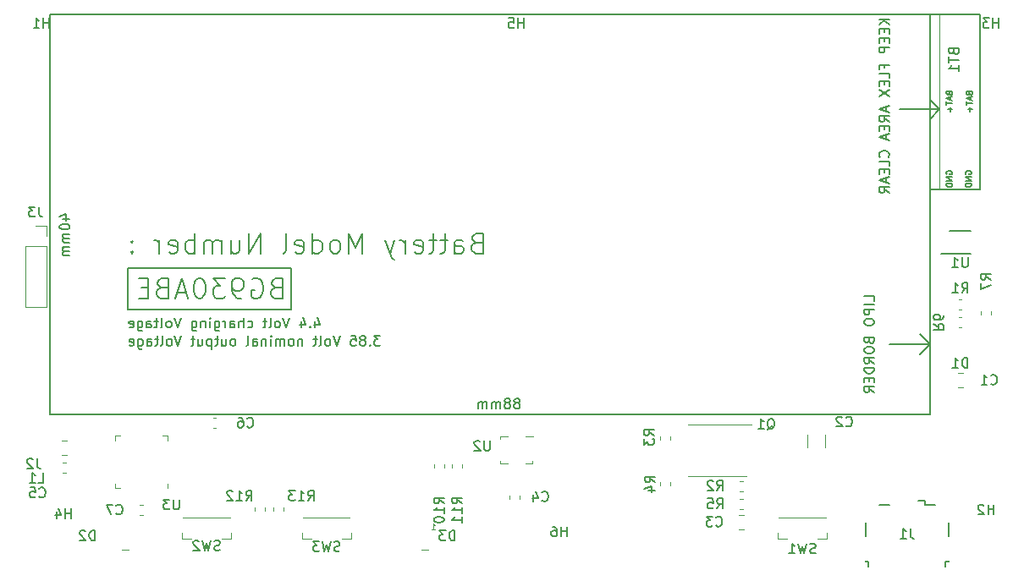
<source format=gbr>
G04 #@! TF.GenerationSoftware,KiCad,Pcbnew,5.1.5*
G04 #@! TF.CreationDate,2020-01-04T17:56:06+01:00*
G04 #@! TF.ProjectId,eside_rev18,65736964-655f-4726-9576-31382e6b6963,rev?*
G04 #@! TF.SameCoordinates,Original*
G04 #@! TF.FileFunction,Legend,Bot*
G04 #@! TF.FilePolarity,Positive*
%FSLAX46Y46*%
G04 Gerber Fmt 4.6, Leading zero omitted, Abs format (unit mm)*
G04 Created by KiCad (PCBNEW 5.1.5) date 2020-01-04 17:56:06*
%MOMM*%
%LPD*%
G04 APERTURE LIST*
%ADD10C,0.120000*%
%ADD11C,0.150000*%
%ADD12C,0.100000*%
%ADD13C,0.010000*%
G04 APERTURE END LIST*
D10*
X147510000Y-84037221D02*
X147510000Y-84362779D01*
X146490000Y-84037221D02*
X146490000Y-84362779D01*
X91790000Y-99662779D02*
X91790000Y-99337221D01*
X92810000Y-99662779D02*
X92810000Y-99337221D01*
X93590000Y-99662779D02*
X93590000Y-99337221D01*
X94610000Y-99662779D02*
X94610000Y-99337221D01*
D11*
X143250000Y-105150000D02*
X143250000Y-106550000D01*
X143250000Y-108950000D02*
X143250000Y-109100000D01*
X143250000Y-109100000D02*
X142950000Y-109100000D01*
X142950000Y-109100000D02*
X142950000Y-109550000D01*
X135250000Y-109550000D02*
X135250000Y-109100000D01*
X135250000Y-109100000D02*
X134950000Y-109100000D01*
X134950000Y-109100000D02*
X134950000Y-108950000D01*
X134950000Y-106550000D02*
X134950000Y-105150000D01*
X140175000Y-102975000D02*
X140900000Y-102975000D01*
X140900000Y-102975000D02*
X140900000Y-103400000D01*
X140900000Y-103400000D02*
X141900000Y-103400000D01*
X137300000Y-103400000D02*
X136300000Y-103400000D01*
D10*
X54541422Y-96990000D02*
X55058578Y-96990000D01*
X54541422Y-98410000D02*
X55058578Y-98410000D01*
X54637221Y-99190000D02*
X54962779Y-99190000D01*
X54637221Y-100210000D02*
X54962779Y-100210000D01*
X62662779Y-104410000D02*
X62337221Y-104410000D01*
X62662779Y-103390000D02*
X62337221Y-103390000D01*
D12*
X101700000Y-96550000D02*
X100880000Y-96550000D01*
X101600000Y-99250000D02*
X100880000Y-99250000D01*
X101600000Y-99250000D02*
X101600000Y-99030000D01*
X98400000Y-99030000D02*
X98400000Y-99250000D01*
X98400000Y-99250000D02*
X99120000Y-99250000D01*
X99120000Y-96550000D02*
X98400000Y-96550000D01*
X98400000Y-96550000D02*
X98400000Y-96770000D01*
D10*
X52960000Y-75440000D02*
X51900000Y-75440000D01*
X52960000Y-76500000D02*
X52960000Y-75440000D01*
X52960000Y-77500000D02*
X50840000Y-77500000D01*
X50840000Y-77500000D02*
X50840000Y-83560000D01*
X52960000Y-77500000D02*
X52960000Y-83560000D01*
X52960000Y-83560000D02*
X50840000Y-83560000D01*
X130910000Y-96397936D02*
X130910000Y-97602064D01*
X129090000Y-96397936D02*
X129090000Y-97602064D01*
X65110000Y-96965000D02*
X65110000Y-96490000D01*
X65110000Y-96490000D02*
X64635000Y-96490000D01*
X59890000Y-101235000D02*
X59890000Y-101710000D01*
X59890000Y-101710000D02*
X60365000Y-101710000D01*
X59890000Y-96965000D02*
X59890000Y-96490000D01*
X59890000Y-96490000D02*
X60365000Y-96490000D01*
X65110000Y-101235000D02*
X65110000Y-101710000D01*
X99290000Y-102437221D02*
X99290000Y-102762779D01*
X100310000Y-102437221D02*
X100310000Y-102762779D01*
X91200000Y-107900000D02*
X90500000Y-107900000D01*
X144237221Y-84590000D02*
X144562779Y-84590000D01*
X144237221Y-85610000D02*
X144562779Y-85610000D01*
X61200000Y-107900000D02*
X60500000Y-107900000D01*
X79475000Y-106775000D02*
X78550000Y-106775000D01*
X83450000Y-106225000D02*
X83450000Y-106775000D01*
X78550000Y-106225000D02*
X78550000Y-106775000D01*
X83350000Y-104650000D02*
X78650000Y-104650000D01*
X83450000Y-106775000D02*
X82525000Y-106775000D01*
X67475000Y-106775000D02*
X66550000Y-106775000D01*
X71450000Y-106225000D02*
X71450000Y-106775000D01*
X66550000Y-106225000D02*
X66550000Y-106775000D01*
X71350000Y-104650000D02*
X66650000Y-104650000D01*
X71450000Y-106775000D02*
X70525000Y-106775000D01*
X131050000Y-106775000D02*
X130125000Y-106775000D01*
X130950000Y-104650000D02*
X126250000Y-104650000D01*
X126150000Y-106225000D02*
X126150000Y-106775000D01*
X131050000Y-106225000D02*
X131050000Y-106775000D01*
X127075000Y-106775000D02*
X126150000Y-106775000D01*
X76710000Y-103962779D02*
X76710000Y-103637221D01*
X75690000Y-103962779D02*
X75690000Y-103637221D01*
X74810000Y-103962779D02*
X74810000Y-103637221D01*
X73790000Y-103962779D02*
X73790000Y-103637221D01*
X122337221Y-102790000D02*
X122662779Y-102790000D01*
X122337221Y-103810000D02*
X122662779Y-103810000D01*
X115410000Y-101137221D02*
X115410000Y-101462779D01*
X114390000Y-101137221D02*
X114390000Y-101462779D01*
X114390000Y-96862779D02*
X114390000Y-96537221D01*
X115410000Y-96862779D02*
X115410000Y-96537221D01*
X122662779Y-102010000D02*
X122337221Y-102010000D01*
X122662779Y-100990000D02*
X122337221Y-100990000D01*
X144562779Y-83810000D02*
X144237221Y-83810000D01*
X144562779Y-82790000D02*
X144237221Y-82790000D01*
X69637221Y-94690000D02*
X69962779Y-94690000D01*
X69637221Y-95710000D02*
X69962779Y-95710000D01*
X122758578Y-105810000D02*
X122241422Y-105810000D01*
X122758578Y-104390000D02*
X122241422Y-104390000D01*
X144658578Y-91610000D02*
X144141422Y-91610000D01*
X144658578Y-90190000D02*
X144141422Y-90190000D01*
D11*
X61150000Y-83800000D02*
X77450000Y-83800000D01*
X61150000Y-79700000D02*
X61150000Y-83800000D01*
X77450000Y-79700000D02*
X61150000Y-79700000D01*
X77450000Y-83800000D02*
X77450000Y-79700000D01*
X141350000Y-71800000D02*
X141350000Y-94300000D01*
X142350000Y-71800000D02*
X141350000Y-71800000D01*
X146350000Y-54300000D02*
X146350000Y-71800000D01*
X141350000Y-87300000D02*
X140350000Y-86300000D01*
X141350000Y-87300000D02*
X140350000Y-88300000D01*
X137350000Y-87300000D02*
X141350000Y-87300000D01*
X141350000Y-87300000D02*
X137350000Y-87300000D01*
X141350000Y-54300000D02*
X141350000Y-71800000D01*
X142350000Y-63800000D02*
X141350000Y-62800000D01*
X141350000Y-64800000D02*
X142350000Y-63800000D01*
X142350000Y-63800000D02*
X138350000Y-63800000D01*
D13*
X142350000Y-71800000D02*
X142350000Y-54300000D01*
D11*
X146350000Y-71800000D02*
X142350000Y-71800000D01*
X53350000Y-94300000D02*
X141350000Y-94300000D01*
X53350000Y-54300000D02*
X53350000Y-94300000D01*
X146350000Y-54300000D02*
X53350000Y-54300000D01*
D10*
X123500000Y-95330000D02*
X117155000Y-95330000D01*
X123045000Y-100470000D02*
X117155000Y-100470000D01*
D11*
X142500000Y-78225000D02*
X145475000Y-78225000D01*
X143325000Y-75975000D02*
X145475000Y-75975000D01*
X147452380Y-80833333D02*
X146976190Y-80500000D01*
X147452380Y-80261904D02*
X146452380Y-80261904D01*
X146452380Y-80642857D01*
X146500000Y-80738095D01*
X146547619Y-80785714D01*
X146642857Y-80833333D01*
X146785714Y-80833333D01*
X146880952Y-80785714D01*
X146928571Y-80738095D01*
X146976190Y-80642857D01*
X146976190Y-80261904D01*
X146452380Y-81166666D02*
X146452380Y-81833333D01*
X147452380Y-81404761D01*
X92752380Y-103257142D02*
X92276190Y-102923809D01*
X92752380Y-102685714D02*
X91752380Y-102685714D01*
X91752380Y-103066666D01*
X91800000Y-103161904D01*
X91847619Y-103209523D01*
X91942857Y-103257142D01*
X92085714Y-103257142D01*
X92180952Y-103209523D01*
X92228571Y-103161904D01*
X92276190Y-103066666D01*
X92276190Y-102685714D01*
X92752380Y-104209523D02*
X92752380Y-103638095D01*
X92752380Y-103923809D02*
X91752380Y-103923809D01*
X91895238Y-103828571D01*
X91990476Y-103733333D01*
X92038095Y-103638095D01*
X91752380Y-104828571D02*
X91752380Y-104923809D01*
X91800000Y-105019047D01*
X91847619Y-105066666D01*
X91942857Y-105114285D01*
X92133333Y-105161904D01*
X92371428Y-105161904D01*
X92561904Y-105114285D01*
X92657142Y-105066666D01*
X92704761Y-105019047D01*
X92752380Y-104923809D01*
X92752380Y-104828571D01*
X92704761Y-104733333D01*
X92657142Y-104685714D01*
X92561904Y-104638095D01*
X92371428Y-104590476D01*
X92133333Y-104590476D01*
X91942857Y-104638095D01*
X91847619Y-104685714D01*
X91800000Y-104733333D01*
X91752380Y-104828571D01*
X94552380Y-103257142D02*
X94076190Y-102923809D01*
X94552380Y-102685714D02*
X93552380Y-102685714D01*
X93552380Y-103066666D01*
X93600000Y-103161904D01*
X93647619Y-103209523D01*
X93742857Y-103257142D01*
X93885714Y-103257142D01*
X93980952Y-103209523D01*
X94028571Y-103161904D01*
X94076190Y-103066666D01*
X94076190Y-102685714D01*
X94552380Y-104209523D02*
X94552380Y-103638095D01*
X94552380Y-103923809D02*
X93552380Y-103923809D01*
X93695238Y-103828571D01*
X93790476Y-103733333D01*
X93838095Y-103638095D01*
X94552380Y-105161904D02*
X94552380Y-104590476D01*
X94552380Y-104876190D02*
X93552380Y-104876190D01*
X93695238Y-104780952D01*
X93790476Y-104685714D01*
X93838095Y-104590476D01*
X139433333Y-105752380D02*
X139433333Y-106466666D01*
X139480952Y-106609523D01*
X139576190Y-106704761D01*
X139719047Y-106752380D01*
X139814285Y-106752380D01*
X138433333Y-106752380D02*
X139004761Y-106752380D01*
X138719047Y-106752380D02*
X138719047Y-105752380D01*
X138814285Y-105895238D01*
X138909523Y-105990476D01*
X139004761Y-106038095D01*
X52166666Y-101152380D02*
X52642857Y-101152380D01*
X52642857Y-100152380D01*
X51309523Y-101152380D02*
X51880952Y-101152380D01*
X51595238Y-101152380D02*
X51595238Y-100152380D01*
X51690476Y-100295238D01*
X51785714Y-100390476D01*
X51880952Y-100438095D01*
X52266666Y-102557142D02*
X52314285Y-102604761D01*
X52457142Y-102652380D01*
X52552380Y-102652380D01*
X52695238Y-102604761D01*
X52790476Y-102509523D01*
X52838095Y-102414285D01*
X52885714Y-102223809D01*
X52885714Y-102080952D01*
X52838095Y-101890476D01*
X52790476Y-101795238D01*
X52695238Y-101700000D01*
X52552380Y-101652380D01*
X52457142Y-101652380D01*
X52314285Y-101700000D01*
X52266666Y-101747619D01*
X51361904Y-101652380D02*
X51838095Y-101652380D01*
X51885714Y-102128571D01*
X51838095Y-102080952D01*
X51742857Y-102033333D01*
X51504761Y-102033333D01*
X51409523Y-102080952D01*
X51361904Y-102128571D01*
X51314285Y-102223809D01*
X51314285Y-102461904D01*
X51361904Y-102557142D01*
X51409523Y-102604761D01*
X51504761Y-102652380D01*
X51742857Y-102652380D01*
X51838095Y-102604761D01*
X51885714Y-102557142D01*
X59966666Y-104257142D02*
X60014285Y-104304761D01*
X60157142Y-104352380D01*
X60252380Y-104352380D01*
X60395238Y-104304761D01*
X60490476Y-104209523D01*
X60538095Y-104114285D01*
X60585714Y-103923809D01*
X60585714Y-103780952D01*
X60538095Y-103590476D01*
X60490476Y-103495238D01*
X60395238Y-103400000D01*
X60252380Y-103352380D01*
X60157142Y-103352380D01*
X60014285Y-103400000D01*
X59966666Y-103447619D01*
X59633333Y-103352380D02*
X58966666Y-103352380D01*
X59395238Y-104352380D01*
X97361904Y-96952380D02*
X97361904Y-97761904D01*
X97314285Y-97857142D01*
X97266666Y-97904761D01*
X97171428Y-97952380D01*
X96980952Y-97952380D01*
X96885714Y-97904761D01*
X96838095Y-97857142D01*
X96790476Y-97761904D01*
X96790476Y-96952380D01*
X96361904Y-97047619D02*
X96314285Y-97000000D01*
X96219047Y-96952380D01*
X95980952Y-96952380D01*
X95885714Y-97000000D01*
X95838095Y-97047619D01*
X95790476Y-97142857D01*
X95790476Y-97238095D01*
X95838095Y-97380952D01*
X96409523Y-97952380D01*
X95790476Y-97952380D01*
X52233333Y-73552380D02*
X52233333Y-74266666D01*
X52280952Y-74409523D01*
X52376190Y-74504761D01*
X52519047Y-74552380D01*
X52614285Y-74552380D01*
X51852380Y-73552380D02*
X51233333Y-73552380D01*
X51566666Y-73933333D01*
X51423809Y-73933333D01*
X51328571Y-73980952D01*
X51280952Y-74028571D01*
X51233333Y-74123809D01*
X51233333Y-74361904D01*
X51280952Y-74457142D01*
X51328571Y-74504761D01*
X51423809Y-74552380D01*
X51709523Y-74552380D01*
X51804761Y-74504761D01*
X51852380Y-74457142D01*
X132966666Y-95457142D02*
X133014285Y-95504761D01*
X133157142Y-95552380D01*
X133252380Y-95552380D01*
X133395238Y-95504761D01*
X133490476Y-95409523D01*
X133538095Y-95314285D01*
X133585714Y-95123809D01*
X133585714Y-94980952D01*
X133538095Y-94790476D01*
X133490476Y-94695238D01*
X133395238Y-94600000D01*
X133252380Y-94552380D01*
X133157142Y-94552380D01*
X133014285Y-94600000D01*
X132966666Y-94647619D01*
X132585714Y-94647619D02*
X132538095Y-94600000D01*
X132442857Y-94552380D01*
X132204761Y-94552380D01*
X132109523Y-94600000D01*
X132061904Y-94647619D01*
X132014285Y-94742857D01*
X132014285Y-94838095D01*
X132061904Y-94980952D01*
X132633333Y-95552380D01*
X132014285Y-95552380D01*
X66261904Y-102852380D02*
X66261904Y-103661904D01*
X66214285Y-103757142D01*
X66166666Y-103804761D01*
X66071428Y-103852380D01*
X65880952Y-103852380D01*
X65785714Y-103804761D01*
X65738095Y-103757142D01*
X65690476Y-103661904D01*
X65690476Y-102852380D01*
X65309523Y-102852380D02*
X64690476Y-102852380D01*
X65023809Y-103233333D01*
X64880952Y-103233333D01*
X64785714Y-103280952D01*
X64738095Y-103328571D01*
X64690476Y-103423809D01*
X64690476Y-103661904D01*
X64738095Y-103757142D01*
X64785714Y-103804761D01*
X64880952Y-103852380D01*
X65166666Y-103852380D01*
X65261904Y-103804761D01*
X65309523Y-103757142D01*
X102566666Y-102957142D02*
X102614285Y-103004761D01*
X102757142Y-103052380D01*
X102852380Y-103052380D01*
X102995238Y-103004761D01*
X103090476Y-102909523D01*
X103138095Y-102814285D01*
X103185714Y-102623809D01*
X103185714Y-102480952D01*
X103138095Y-102290476D01*
X103090476Y-102195238D01*
X102995238Y-102100000D01*
X102852380Y-102052380D01*
X102757142Y-102052380D01*
X102614285Y-102100000D01*
X102566666Y-102147619D01*
X101709523Y-102385714D02*
X101709523Y-103052380D01*
X101947619Y-102004761D02*
X102185714Y-102719047D01*
X101566666Y-102719047D01*
X93838095Y-106952380D02*
X93838095Y-105952380D01*
X93600000Y-105952380D01*
X93457142Y-106000000D01*
X93361904Y-106095238D01*
X93314285Y-106190476D01*
X93266666Y-106380952D01*
X93266666Y-106523809D01*
X93314285Y-106714285D01*
X93361904Y-106809523D01*
X93457142Y-106904761D01*
X93600000Y-106952380D01*
X93838095Y-106952380D01*
X92933333Y-105952380D02*
X92314285Y-105952380D01*
X92647619Y-106333333D01*
X92504761Y-106333333D01*
X92409523Y-106380952D01*
X92361904Y-106428571D01*
X92314285Y-106523809D01*
X92314285Y-106761904D01*
X92361904Y-106857142D01*
X92409523Y-106904761D01*
X92504761Y-106952380D01*
X92790476Y-106952380D01*
X92885714Y-106904761D01*
X92933333Y-106857142D01*
D12*
X91528571Y-105871428D02*
X91871428Y-105871428D01*
X91700000Y-105871428D02*
X91700000Y-105271428D01*
X91757142Y-105357142D01*
X91814285Y-105414285D01*
X91871428Y-105442857D01*
D11*
X141747619Y-85266666D02*
X142223809Y-85600000D01*
X141747619Y-85838095D02*
X142747619Y-85838095D01*
X142747619Y-85457142D01*
X142700000Y-85361904D01*
X142652380Y-85314285D01*
X142557142Y-85266666D01*
X142414285Y-85266666D01*
X142319047Y-85314285D01*
X142271428Y-85361904D01*
X142223809Y-85457142D01*
X142223809Y-85838095D01*
X142747619Y-84409523D02*
X142747619Y-84600000D01*
X142700000Y-84695238D01*
X142652380Y-84742857D01*
X142509523Y-84838095D01*
X142319047Y-84885714D01*
X141938095Y-84885714D01*
X141842857Y-84838095D01*
X141795238Y-84790476D01*
X141747619Y-84695238D01*
X141747619Y-84504761D01*
X141795238Y-84409523D01*
X141842857Y-84361904D01*
X141938095Y-84314285D01*
X142176190Y-84314285D01*
X142271428Y-84361904D01*
X142319047Y-84409523D01*
X142366666Y-84504761D01*
X142366666Y-84695238D01*
X142319047Y-84790476D01*
X142271428Y-84838095D01*
X142176190Y-84885714D01*
X57838095Y-106952380D02*
X57838095Y-105952380D01*
X57600000Y-105952380D01*
X57457142Y-106000000D01*
X57361904Y-106095238D01*
X57314285Y-106190476D01*
X57266666Y-106380952D01*
X57266666Y-106523809D01*
X57314285Y-106714285D01*
X57361904Y-106809523D01*
X57457142Y-106904761D01*
X57600000Y-106952380D01*
X57838095Y-106952380D01*
X56885714Y-106047619D02*
X56838095Y-106000000D01*
X56742857Y-105952380D01*
X56504761Y-105952380D01*
X56409523Y-106000000D01*
X56361904Y-106047619D01*
X56314285Y-106142857D01*
X56314285Y-106238095D01*
X56361904Y-106380952D01*
X56933333Y-106952380D01*
X56314285Y-106952380D01*
X82333333Y-108004761D02*
X82190476Y-108052380D01*
X81952380Y-108052380D01*
X81857142Y-108004761D01*
X81809523Y-107957142D01*
X81761904Y-107861904D01*
X81761904Y-107766666D01*
X81809523Y-107671428D01*
X81857142Y-107623809D01*
X81952380Y-107576190D01*
X82142857Y-107528571D01*
X82238095Y-107480952D01*
X82285714Y-107433333D01*
X82333333Y-107338095D01*
X82333333Y-107242857D01*
X82285714Y-107147619D01*
X82238095Y-107100000D01*
X82142857Y-107052380D01*
X81904761Y-107052380D01*
X81761904Y-107100000D01*
X81428571Y-107052380D02*
X81190476Y-108052380D01*
X81000000Y-107338095D01*
X80809523Y-108052380D01*
X80571428Y-107052380D01*
X80285714Y-107052380D02*
X79666666Y-107052380D01*
X80000000Y-107433333D01*
X79857142Y-107433333D01*
X79761904Y-107480952D01*
X79714285Y-107528571D01*
X79666666Y-107623809D01*
X79666666Y-107861904D01*
X79714285Y-107957142D01*
X79761904Y-108004761D01*
X79857142Y-108052380D01*
X80142857Y-108052380D01*
X80238095Y-108004761D01*
X80285714Y-107957142D01*
X70333333Y-107904761D02*
X70190476Y-107952380D01*
X69952380Y-107952380D01*
X69857142Y-107904761D01*
X69809523Y-107857142D01*
X69761904Y-107761904D01*
X69761904Y-107666666D01*
X69809523Y-107571428D01*
X69857142Y-107523809D01*
X69952380Y-107476190D01*
X70142857Y-107428571D01*
X70238095Y-107380952D01*
X70285714Y-107333333D01*
X70333333Y-107238095D01*
X70333333Y-107142857D01*
X70285714Y-107047619D01*
X70238095Y-107000000D01*
X70142857Y-106952380D01*
X69904761Y-106952380D01*
X69761904Y-107000000D01*
X69428571Y-106952380D02*
X69190476Y-107952380D01*
X69000000Y-107238095D01*
X68809523Y-107952380D01*
X68571428Y-106952380D01*
X68238095Y-107047619D02*
X68190476Y-107000000D01*
X68095238Y-106952380D01*
X67857142Y-106952380D01*
X67761904Y-107000000D01*
X67714285Y-107047619D01*
X67666666Y-107142857D01*
X67666666Y-107238095D01*
X67714285Y-107380952D01*
X68285714Y-107952380D01*
X67666666Y-107952380D01*
X129933333Y-108204761D02*
X129790476Y-108252380D01*
X129552380Y-108252380D01*
X129457142Y-108204761D01*
X129409523Y-108157142D01*
X129361904Y-108061904D01*
X129361904Y-107966666D01*
X129409523Y-107871428D01*
X129457142Y-107823809D01*
X129552380Y-107776190D01*
X129742857Y-107728571D01*
X129838095Y-107680952D01*
X129885714Y-107633333D01*
X129933333Y-107538095D01*
X129933333Y-107442857D01*
X129885714Y-107347619D01*
X129838095Y-107300000D01*
X129742857Y-107252380D01*
X129504761Y-107252380D01*
X129361904Y-107300000D01*
X129028571Y-107252380D02*
X128790476Y-108252380D01*
X128600000Y-107538095D01*
X128409523Y-108252380D01*
X128171428Y-107252380D01*
X127266666Y-108252380D02*
X127838095Y-108252380D01*
X127552380Y-108252380D02*
X127552380Y-107252380D01*
X127647619Y-107395238D01*
X127742857Y-107490476D01*
X127838095Y-107538095D01*
X79142857Y-102952380D02*
X79476190Y-102476190D01*
X79714285Y-102952380D02*
X79714285Y-101952380D01*
X79333333Y-101952380D01*
X79238095Y-102000000D01*
X79190476Y-102047619D01*
X79142857Y-102142857D01*
X79142857Y-102285714D01*
X79190476Y-102380952D01*
X79238095Y-102428571D01*
X79333333Y-102476190D01*
X79714285Y-102476190D01*
X78190476Y-102952380D02*
X78761904Y-102952380D01*
X78476190Y-102952380D02*
X78476190Y-101952380D01*
X78571428Y-102095238D01*
X78666666Y-102190476D01*
X78761904Y-102238095D01*
X77857142Y-101952380D02*
X77238095Y-101952380D01*
X77571428Y-102333333D01*
X77428571Y-102333333D01*
X77333333Y-102380952D01*
X77285714Y-102428571D01*
X77238095Y-102523809D01*
X77238095Y-102761904D01*
X77285714Y-102857142D01*
X77333333Y-102904761D01*
X77428571Y-102952380D01*
X77714285Y-102952380D01*
X77809523Y-102904761D01*
X77857142Y-102857142D01*
X72942857Y-102952380D02*
X73276190Y-102476190D01*
X73514285Y-102952380D02*
X73514285Y-101952380D01*
X73133333Y-101952380D01*
X73038095Y-102000000D01*
X72990476Y-102047619D01*
X72942857Y-102142857D01*
X72942857Y-102285714D01*
X72990476Y-102380952D01*
X73038095Y-102428571D01*
X73133333Y-102476190D01*
X73514285Y-102476190D01*
X71990476Y-102952380D02*
X72561904Y-102952380D01*
X72276190Y-102952380D02*
X72276190Y-101952380D01*
X72371428Y-102095238D01*
X72466666Y-102190476D01*
X72561904Y-102238095D01*
X71609523Y-102047619D02*
X71561904Y-102000000D01*
X71466666Y-101952380D01*
X71228571Y-101952380D01*
X71133333Y-102000000D01*
X71085714Y-102047619D01*
X71038095Y-102142857D01*
X71038095Y-102238095D01*
X71085714Y-102380952D01*
X71657142Y-102952380D01*
X71038095Y-102952380D01*
X120066666Y-103752380D02*
X120400000Y-103276190D01*
X120638095Y-103752380D02*
X120638095Y-102752380D01*
X120257142Y-102752380D01*
X120161904Y-102800000D01*
X120114285Y-102847619D01*
X120066666Y-102942857D01*
X120066666Y-103085714D01*
X120114285Y-103180952D01*
X120161904Y-103228571D01*
X120257142Y-103276190D01*
X120638095Y-103276190D01*
X119161904Y-102752380D02*
X119638095Y-102752380D01*
X119685714Y-103228571D01*
X119638095Y-103180952D01*
X119542857Y-103133333D01*
X119304761Y-103133333D01*
X119209523Y-103180952D01*
X119161904Y-103228571D01*
X119114285Y-103323809D01*
X119114285Y-103561904D01*
X119161904Y-103657142D01*
X119209523Y-103704761D01*
X119304761Y-103752380D01*
X119542857Y-103752380D01*
X119638095Y-103704761D01*
X119685714Y-103657142D01*
X113852380Y-101133333D02*
X113376190Y-100800000D01*
X113852380Y-100561904D02*
X112852380Y-100561904D01*
X112852380Y-100942857D01*
X112900000Y-101038095D01*
X112947619Y-101085714D01*
X113042857Y-101133333D01*
X113185714Y-101133333D01*
X113280952Y-101085714D01*
X113328571Y-101038095D01*
X113376190Y-100942857D01*
X113376190Y-100561904D01*
X113185714Y-101990476D02*
X113852380Y-101990476D01*
X112804761Y-101752380D02*
X113519047Y-101514285D01*
X113519047Y-102133333D01*
X113752380Y-96433333D02*
X113276190Y-96100000D01*
X113752380Y-95861904D02*
X112752380Y-95861904D01*
X112752380Y-96242857D01*
X112800000Y-96338095D01*
X112847619Y-96385714D01*
X112942857Y-96433333D01*
X113085714Y-96433333D01*
X113180952Y-96385714D01*
X113228571Y-96338095D01*
X113276190Y-96242857D01*
X113276190Y-95861904D01*
X112752380Y-96766666D02*
X112752380Y-97385714D01*
X113133333Y-97052380D01*
X113133333Y-97195238D01*
X113180952Y-97290476D01*
X113228571Y-97338095D01*
X113323809Y-97385714D01*
X113561904Y-97385714D01*
X113657142Y-97338095D01*
X113704761Y-97290476D01*
X113752380Y-97195238D01*
X113752380Y-96909523D01*
X113704761Y-96814285D01*
X113657142Y-96766666D01*
X120066666Y-101952380D02*
X120400000Y-101476190D01*
X120638095Y-101952380D02*
X120638095Y-100952380D01*
X120257142Y-100952380D01*
X120161904Y-101000000D01*
X120114285Y-101047619D01*
X120066666Y-101142857D01*
X120066666Y-101285714D01*
X120114285Y-101380952D01*
X120161904Y-101428571D01*
X120257142Y-101476190D01*
X120638095Y-101476190D01*
X119685714Y-101047619D02*
X119638095Y-101000000D01*
X119542857Y-100952380D01*
X119304761Y-100952380D01*
X119209523Y-101000000D01*
X119161904Y-101047619D01*
X119114285Y-101142857D01*
X119114285Y-101238095D01*
X119161904Y-101380952D01*
X119733333Y-101952380D01*
X119114285Y-101952380D01*
X144566666Y-82152380D02*
X144900000Y-81676190D01*
X145138095Y-82152380D02*
X145138095Y-81152380D01*
X144757142Y-81152380D01*
X144661904Y-81200000D01*
X144614285Y-81247619D01*
X144566666Y-81342857D01*
X144566666Y-81485714D01*
X144614285Y-81580952D01*
X144661904Y-81628571D01*
X144757142Y-81676190D01*
X145138095Y-81676190D01*
X143614285Y-82152380D02*
X144185714Y-82152380D01*
X143900000Y-82152380D02*
X143900000Y-81152380D01*
X143995238Y-81295238D01*
X144090476Y-81390476D01*
X144185714Y-81438095D01*
X52033333Y-98752380D02*
X52033333Y-99466666D01*
X52080952Y-99609523D01*
X52176190Y-99704761D01*
X52319047Y-99752380D01*
X52414285Y-99752380D01*
X51604761Y-98847619D02*
X51557142Y-98800000D01*
X51461904Y-98752380D01*
X51223809Y-98752380D01*
X51128571Y-98800000D01*
X51080952Y-98847619D01*
X51033333Y-98942857D01*
X51033333Y-99038095D01*
X51080952Y-99180952D01*
X51652380Y-99752380D01*
X51033333Y-99752380D01*
X105061904Y-106552380D02*
X105061904Y-105552380D01*
X105061904Y-106028571D02*
X104490476Y-106028571D01*
X104490476Y-106552380D02*
X104490476Y-105552380D01*
X103585714Y-105552380D02*
X103776190Y-105552380D01*
X103871428Y-105600000D01*
X103919047Y-105647619D01*
X104014285Y-105790476D01*
X104061904Y-105980952D01*
X104061904Y-106361904D01*
X104014285Y-106457142D01*
X103966666Y-106504761D01*
X103871428Y-106552380D01*
X103680952Y-106552380D01*
X103585714Y-106504761D01*
X103538095Y-106457142D01*
X103490476Y-106361904D01*
X103490476Y-106123809D01*
X103538095Y-106028571D01*
X103585714Y-105980952D01*
X103680952Y-105933333D01*
X103871428Y-105933333D01*
X103966666Y-105980952D01*
X104014285Y-106028571D01*
X104061904Y-106123809D01*
X100761904Y-55652380D02*
X100761904Y-54652380D01*
X100761904Y-55128571D02*
X100190476Y-55128571D01*
X100190476Y-55652380D02*
X100190476Y-54652380D01*
X99238095Y-54652380D02*
X99714285Y-54652380D01*
X99761904Y-55128571D01*
X99714285Y-55080952D01*
X99619047Y-55033333D01*
X99380952Y-55033333D01*
X99285714Y-55080952D01*
X99238095Y-55128571D01*
X99190476Y-55223809D01*
X99190476Y-55461904D01*
X99238095Y-55557142D01*
X99285714Y-55604761D01*
X99380952Y-55652380D01*
X99619047Y-55652380D01*
X99714285Y-55604761D01*
X99761904Y-55557142D01*
X55461904Y-104752380D02*
X55461904Y-103752380D01*
X55461904Y-104228571D02*
X54890476Y-104228571D01*
X54890476Y-104752380D02*
X54890476Y-103752380D01*
X53985714Y-104085714D02*
X53985714Y-104752380D01*
X54223809Y-103704761D02*
X54461904Y-104419047D01*
X53842857Y-104419047D01*
X148261904Y-55652380D02*
X148261904Y-54652380D01*
X148261904Y-55128571D02*
X147690476Y-55128571D01*
X147690476Y-55652380D02*
X147690476Y-54652380D01*
X147309523Y-54652380D02*
X146690476Y-54652380D01*
X147023809Y-55033333D01*
X146880952Y-55033333D01*
X146785714Y-55080952D01*
X146738095Y-55128571D01*
X146690476Y-55223809D01*
X146690476Y-55461904D01*
X146738095Y-55557142D01*
X146785714Y-55604761D01*
X146880952Y-55652380D01*
X147166666Y-55652380D01*
X147261904Y-55604761D01*
X147309523Y-55557142D01*
X147761904Y-104352380D02*
X147761904Y-103352380D01*
X147761904Y-103828571D02*
X147190476Y-103828571D01*
X147190476Y-104352380D02*
X147190476Y-103352380D01*
X146761904Y-103447619D02*
X146714285Y-103400000D01*
X146619047Y-103352380D01*
X146380952Y-103352380D01*
X146285714Y-103400000D01*
X146238095Y-103447619D01*
X146190476Y-103542857D01*
X146190476Y-103638095D01*
X146238095Y-103780952D01*
X146809523Y-104352380D01*
X146190476Y-104352380D01*
X53261904Y-55652380D02*
X53261904Y-54652380D01*
X53261904Y-55128571D02*
X52690476Y-55128571D01*
X52690476Y-55652380D02*
X52690476Y-54652380D01*
X51690476Y-55652380D02*
X52261904Y-55652380D01*
X51976190Y-55652380D02*
X51976190Y-54652380D01*
X52071428Y-54795238D01*
X52166666Y-54890476D01*
X52261904Y-54938095D01*
X73066666Y-95557142D02*
X73114285Y-95604761D01*
X73257142Y-95652380D01*
X73352380Y-95652380D01*
X73495238Y-95604761D01*
X73590476Y-95509523D01*
X73638095Y-95414285D01*
X73685714Y-95223809D01*
X73685714Y-95080952D01*
X73638095Y-94890476D01*
X73590476Y-94795238D01*
X73495238Y-94700000D01*
X73352380Y-94652380D01*
X73257142Y-94652380D01*
X73114285Y-94700000D01*
X73066666Y-94747619D01*
X72209523Y-94652380D02*
X72400000Y-94652380D01*
X72495238Y-94700000D01*
X72542857Y-94747619D01*
X72638095Y-94890476D01*
X72685714Y-95080952D01*
X72685714Y-95461904D01*
X72638095Y-95557142D01*
X72590476Y-95604761D01*
X72495238Y-95652380D01*
X72304761Y-95652380D01*
X72209523Y-95604761D01*
X72161904Y-95557142D01*
X72114285Y-95461904D01*
X72114285Y-95223809D01*
X72161904Y-95128571D01*
X72209523Y-95080952D01*
X72304761Y-95033333D01*
X72495238Y-95033333D01*
X72590476Y-95080952D01*
X72638095Y-95128571D01*
X72685714Y-95223809D01*
X119966666Y-105457142D02*
X120014285Y-105504761D01*
X120157142Y-105552380D01*
X120252380Y-105552380D01*
X120395238Y-105504761D01*
X120490476Y-105409523D01*
X120538095Y-105314285D01*
X120585714Y-105123809D01*
X120585714Y-104980952D01*
X120538095Y-104790476D01*
X120490476Y-104695238D01*
X120395238Y-104600000D01*
X120252380Y-104552380D01*
X120157142Y-104552380D01*
X120014285Y-104600000D01*
X119966666Y-104647619D01*
X119633333Y-104552380D02*
X119014285Y-104552380D01*
X119347619Y-104933333D01*
X119204761Y-104933333D01*
X119109523Y-104980952D01*
X119061904Y-105028571D01*
X119014285Y-105123809D01*
X119014285Y-105361904D01*
X119061904Y-105457142D01*
X119109523Y-105504761D01*
X119204761Y-105552380D01*
X119490476Y-105552380D01*
X119585714Y-105504761D01*
X119633333Y-105457142D01*
X147466666Y-91257142D02*
X147514285Y-91304761D01*
X147657142Y-91352380D01*
X147752380Y-91352380D01*
X147895238Y-91304761D01*
X147990476Y-91209523D01*
X148038095Y-91114285D01*
X148085714Y-90923809D01*
X148085714Y-90780952D01*
X148038095Y-90590476D01*
X147990476Y-90495238D01*
X147895238Y-90400000D01*
X147752380Y-90352380D01*
X147657142Y-90352380D01*
X147514285Y-90400000D01*
X147466666Y-90447619D01*
X146514285Y-91352380D02*
X147085714Y-91352380D01*
X146800000Y-91352380D02*
X146800000Y-90352380D01*
X146895238Y-90495238D01*
X146990476Y-90590476D01*
X147085714Y-90638095D01*
X143728571Y-58014285D02*
X143776190Y-58157142D01*
X143823809Y-58204761D01*
X143919047Y-58252380D01*
X144061904Y-58252380D01*
X144157142Y-58204761D01*
X144204761Y-58157142D01*
X144252380Y-58061904D01*
X144252380Y-57680952D01*
X143252380Y-57680952D01*
X143252380Y-58014285D01*
X143300000Y-58109523D01*
X143347619Y-58157142D01*
X143442857Y-58204761D01*
X143538095Y-58204761D01*
X143633333Y-58157142D01*
X143680952Y-58109523D01*
X143728571Y-58014285D01*
X143728571Y-57680952D01*
X143252380Y-58538095D02*
X143252380Y-59109523D01*
X144252380Y-58823809D02*
X143252380Y-58823809D01*
X144252380Y-59966666D02*
X144252380Y-59395238D01*
X144252380Y-59680952D02*
X143252380Y-59680952D01*
X143395238Y-59585714D01*
X143490476Y-59490476D01*
X143538095Y-59395238D01*
X79876190Y-84985714D02*
X79876190Y-85652380D01*
X80114285Y-84604761D02*
X80352380Y-85319047D01*
X79733333Y-85319047D01*
X79352380Y-85557142D02*
X79304761Y-85604761D01*
X79352380Y-85652380D01*
X79400000Y-85604761D01*
X79352380Y-85557142D01*
X79352380Y-85652380D01*
X78447619Y-84985714D02*
X78447619Y-85652380D01*
X78685714Y-84604761D02*
X78923809Y-85319047D01*
X78304761Y-85319047D01*
X77304761Y-84652380D02*
X76971428Y-85652380D01*
X76638095Y-84652380D01*
X76161904Y-85652380D02*
X76257142Y-85604761D01*
X76304761Y-85557142D01*
X76352380Y-85461904D01*
X76352380Y-85176190D01*
X76304761Y-85080952D01*
X76257142Y-85033333D01*
X76161904Y-84985714D01*
X76019047Y-84985714D01*
X75923809Y-85033333D01*
X75876190Y-85080952D01*
X75828571Y-85176190D01*
X75828571Y-85461904D01*
X75876190Y-85557142D01*
X75923809Y-85604761D01*
X76019047Y-85652380D01*
X76161904Y-85652380D01*
X75257142Y-85652380D02*
X75352380Y-85604761D01*
X75400000Y-85509523D01*
X75400000Y-84652380D01*
X75019047Y-84985714D02*
X74638095Y-84985714D01*
X74876190Y-84652380D02*
X74876190Y-85509523D01*
X74828571Y-85604761D01*
X74733333Y-85652380D01*
X74638095Y-85652380D01*
X73114285Y-85604761D02*
X73209523Y-85652380D01*
X73400000Y-85652380D01*
X73495238Y-85604761D01*
X73542857Y-85557142D01*
X73590476Y-85461904D01*
X73590476Y-85176190D01*
X73542857Y-85080952D01*
X73495238Y-85033333D01*
X73400000Y-84985714D01*
X73209523Y-84985714D01*
X73114285Y-85033333D01*
X72685714Y-85652380D02*
X72685714Y-84652380D01*
X72257142Y-85652380D02*
X72257142Y-85128571D01*
X72304761Y-85033333D01*
X72400000Y-84985714D01*
X72542857Y-84985714D01*
X72638095Y-85033333D01*
X72685714Y-85080952D01*
X71352380Y-85652380D02*
X71352380Y-85128571D01*
X71400000Y-85033333D01*
X71495238Y-84985714D01*
X71685714Y-84985714D01*
X71780952Y-85033333D01*
X71352380Y-85604761D02*
X71447619Y-85652380D01*
X71685714Y-85652380D01*
X71780952Y-85604761D01*
X71828571Y-85509523D01*
X71828571Y-85414285D01*
X71780952Y-85319047D01*
X71685714Y-85271428D01*
X71447619Y-85271428D01*
X71352380Y-85223809D01*
X70876190Y-85652380D02*
X70876190Y-84985714D01*
X70876190Y-85176190D02*
X70828571Y-85080952D01*
X70780952Y-85033333D01*
X70685714Y-84985714D01*
X70590476Y-84985714D01*
X69828571Y-84985714D02*
X69828571Y-85795238D01*
X69876190Y-85890476D01*
X69923809Y-85938095D01*
X70019047Y-85985714D01*
X70161904Y-85985714D01*
X70257142Y-85938095D01*
X69828571Y-85604761D02*
X69923809Y-85652380D01*
X70114285Y-85652380D01*
X70209523Y-85604761D01*
X70257142Y-85557142D01*
X70304761Y-85461904D01*
X70304761Y-85176190D01*
X70257142Y-85080952D01*
X70209523Y-85033333D01*
X70114285Y-84985714D01*
X69923809Y-84985714D01*
X69828571Y-85033333D01*
X69352380Y-85652380D02*
X69352380Y-84985714D01*
X69352380Y-84652380D02*
X69400000Y-84700000D01*
X69352380Y-84747619D01*
X69304761Y-84700000D01*
X69352380Y-84652380D01*
X69352380Y-84747619D01*
X68876190Y-84985714D02*
X68876190Y-85652380D01*
X68876190Y-85080952D02*
X68828571Y-85033333D01*
X68733333Y-84985714D01*
X68590476Y-84985714D01*
X68495238Y-85033333D01*
X68447619Y-85128571D01*
X68447619Y-85652380D01*
X67542857Y-84985714D02*
X67542857Y-85795238D01*
X67590476Y-85890476D01*
X67638095Y-85938095D01*
X67733333Y-85985714D01*
X67876190Y-85985714D01*
X67971428Y-85938095D01*
X67542857Y-85604761D02*
X67638095Y-85652380D01*
X67828571Y-85652380D01*
X67923809Y-85604761D01*
X67971428Y-85557142D01*
X68019047Y-85461904D01*
X68019047Y-85176190D01*
X67971428Y-85080952D01*
X67923809Y-85033333D01*
X67828571Y-84985714D01*
X67638095Y-84985714D01*
X67542857Y-85033333D01*
X66447619Y-84652380D02*
X66114285Y-85652380D01*
X65780952Y-84652380D01*
X65304761Y-85652380D02*
X65400000Y-85604761D01*
X65447619Y-85557142D01*
X65495238Y-85461904D01*
X65495238Y-85176190D01*
X65447619Y-85080952D01*
X65400000Y-85033333D01*
X65304761Y-84985714D01*
X65161904Y-84985714D01*
X65066666Y-85033333D01*
X65019047Y-85080952D01*
X64971428Y-85176190D01*
X64971428Y-85461904D01*
X65019047Y-85557142D01*
X65066666Y-85604761D01*
X65161904Y-85652380D01*
X65304761Y-85652380D01*
X64400000Y-85652380D02*
X64495238Y-85604761D01*
X64542857Y-85509523D01*
X64542857Y-84652380D01*
X64161904Y-84985714D02*
X63780952Y-84985714D01*
X64019047Y-84652380D02*
X64019047Y-85509523D01*
X63971428Y-85604761D01*
X63876190Y-85652380D01*
X63780952Y-85652380D01*
X63019047Y-85652380D02*
X63019047Y-85128571D01*
X63066666Y-85033333D01*
X63161904Y-84985714D01*
X63352380Y-84985714D01*
X63447619Y-85033333D01*
X63019047Y-85604761D02*
X63114285Y-85652380D01*
X63352380Y-85652380D01*
X63447619Y-85604761D01*
X63495238Y-85509523D01*
X63495238Y-85414285D01*
X63447619Y-85319047D01*
X63352380Y-85271428D01*
X63114285Y-85271428D01*
X63019047Y-85223809D01*
X62114285Y-84985714D02*
X62114285Y-85795238D01*
X62161904Y-85890476D01*
X62209523Y-85938095D01*
X62304761Y-85985714D01*
X62447619Y-85985714D01*
X62542857Y-85938095D01*
X62114285Y-85604761D02*
X62209523Y-85652380D01*
X62400000Y-85652380D01*
X62495238Y-85604761D01*
X62542857Y-85557142D01*
X62590476Y-85461904D01*
X62590476Y-85176190D01*
X62542857Y-85080952D01*
X62495238Y-85033333D01*
X62400000Y-84985714D01*
X62209523Y-84985714D01*
X62114285Y-85033333D01*
X61257142Y-85604761D02*
X61352380Y-85652380D01*
X61542857Y-85652380D01*
X61638095Y-85604761D01*
X61685714Y-85509523D01*
X61685714Y-85128571D01*
X61638095Y-85033333D01*
X61542857Y-84985714D01*
X61352380Y-84985714D01*
X61257142Y-85033333D01*
X61209523Y-85128571D01*
X61209523Y-85223809D01*
X61685714Y-85319047D01*
X137302380Y-54752380D02*
X136302380Y-54752380D01*
X137302380Y-55323809D02*
X136730952Y-54895238D01*
X136302380Y-55323809D02*
X136873809Y-54752380D01*
X136778571Y-55752380D02*
X136778571Y-56085714D01*
X137302380Y-56228571D02*
X137302380Y-55752380D01*
X136302380Y-55752380D01*
X136302380Y-56228571D01*
X136778571Y-56657142D02*
X136778571Y-56990476D01*
X137302380Y-57133333D02*
X137302380Y-56657142D01*
X136302380Y-56657142D01*
X136302380Y-57133333D01*
X137302380Y-57561904D02*
X136302380Y-57561904D01*
X136302380Y-57942857D01*
X136350000Y-58038095D01*
X136397619Y-58085714D01*
X136492857Y-58133333D01*
X136635714Y-58133333D01*
X136730952Y-58085714D01*
X136778571Y-58038095D01*
X136826190Y-57942857D01*
X136826190Y-57561904D01*
X136778571Y-59657142D02*
X136778571Y-59323809D01*
X137302380Y-59323809D02*
X136302380Y-59323809D01*
X136302380Y-59800000D01*
X137302380Y-60657142D02*
X137302380Y-60180952D01*
X136302380Y-60180952D01*
X136778571Y-60990476D02*
X136778571Y-61323809D01*
X137302380Y-61466666D02*
X137302380Y-60990476D01*
X136302380Y-60990476D01*
X136302380Y-61466666D01*
X136302380Y-61800000D02*
X137302380Y-62466666D01*
X136302380Y-62466666D02*
X137302380Y-61800000D01*
X137016666Y-63561904D02*
X137016666Y-64038095D01*
X137302380Y-63466666D02*
X136302380Y-63800000D01*
X137302380Y-64133333D01*
X137302380Y-65038095D02*
X136826190Y-64704761D01*
X137302380Y-64466666D02*
X136302380Y-64466666D01*
X136302380Y-64847619D01*
X136350000Y-64942857D01*
X136397619Y-64990476D01*
X136492857Y-65038095D01*
X136635714Y-65038095D01*
X136730952Y-64990476D01*
X136778571Y-64942857D01*
X136826190Y-64847619D01*
X136826190Y-64466666D01*
X136778571Y-65466666D02*
X136778571Y-65800000D01*
X137302380Y-65942857D02*
X137302380Y-65466666D01*
X136302380Y-65466666D01*
X136302380Y-65942857D01*
X137016666Y-66323809D02*
X137016666Y-66799999D01*
X137302380Y-66228571D02*
X136302380Y-66561904D01*
X137302380Y-66895238D01*
X137207142Y-68561904D02*
X137254761Y-68514285D01*
X137302380Y-68371428D01*
X137302380Y-68276190D01*
X137254761Y-68133333D01*
X137159523Y-68038095D01*
X137064285Y-67990476D01*
X136873809Y-67942857D01*
X136730952Y-67942857D01*
X136540476Y-67990476D01*
X136445238Y-68038095D01*
X136350000Y-68133333D01*
X136302380Y-68276190D01*
X136302380Y-68371428D01*
X136350000Y-68514285D01*
X136397619Y-68561904D01*
X137302380Y-69466666D02*
X137302380Y-68990476D01*
X136302380Y-68990476D01*
X136778571Y-69799999D02*
X136778571Y-70133333D01*
X137302380Y-70276190D02*
X137302380Y-69799999D01*
X136302380Y-69799999D01*
X136302380Y-70276190D01*
X137016666Y-70657142D02*
X137016666Y-71133333D01*
X137302380Y-70561904D02*
X136302380Y-70895238D01*
X137302380Y-71228571D01*
X137302380Y-72133333D02*
X136826190Y-71799999D01*
X137302380Y-71561904D02*
X136302380Y-71561904D01*
X136302380Y-71942857D01*
X136350000Y-72038095D01*
X136397619Y-72085714D01*
X136492857Y-72133333D01*
X136635714Y-72133333D01*
X136730952Y-72085714D01*
X136778571Y-72038095D01*
X136826190Y-71942857D01*
X136826190Y-71561904D01*
X96004761Y-77157142D02*
X95719047Y-77252380D01*
X95623809Y-77347619D01*
X95528571Y-77538095D01*
X95528571Y-77823809D01*
X95623809Y-78014285D01*
X95719047Y-78109523D01*
X95909523Y-78204761D01*
X96671428Y-78204761D01*
X96671428Y-76204761D01*
X96004761Y-76204761D01*
X95814285Y-76300000D01*
X95719047Y-76395238D01*
X95623809Y-76585714D01*
X95623809Y-76776190D01*
X95719047Y-76966666D01*
X95814285Y-77061904D01*
X96004761Y-77157142D01*
X96671428Y-77157142D01*
X93814285Y-78204761D02*
X93814285Y-77157142D01*
X93909523Y-76966666D01*
X94100000Y-76871428D01*
X94480952Y-76871428D01*
X94671428Y-76966666D01*
X93814285Y-78109523D02*
X94004761Y-78204761D01*
X94480952Y-78204761D01*
X94671428Y-78109523D01*
X94766666Y-77919047D01*
X94766666Y-77728571D01*
X94671428Y-77538095D01*
X94480952Y-77442857D01*
X94004761Y-77442857D01*
X93814285Y-77347619D01*
X93147619Y-76871428D02*
X92385714Y-76871428D01*
X92861904Y-76204761D02*
X92861904Y-77919047D01*
X92766666Y-78109523D01*
X92576190Y-78204761D01*
X92385714Y-78204761D01*
X92004761Y-76871428D02*
X91242857Y-76871428D01*
X91719047Y-76204761D02*
X91719047Y-77919047D01*
X91623809Y-78109523D01*
X91433333Y-78204761D01*
X91242857Y-78204761D01*
X89814285Y-78109523D02*
X90004761Y-78204761D01*
X90385714Y-78204761D01*
X90576190Y-78109523D01*
X90671428Y-77919047D01*
X90671428Y-77157142D01*
X90576190Y-76966666D01*
X90385714Y-76871428D01*
X90004761Y-76871428D01*
X89814285Y-76966666D01*
X89719047Y-77157142D01*
X89719047Y-77347619D01*
X90671428Y-77538095D01*
X88861904Y-78204761D02*
X88861904Y-76871428D01*
X88861904Y-77252380D02*
X88766666Y-77061904D01*
X88671428Y-76966666D01*
X88480952Y-76871428D01*
X88290476Y-76871428D01*
X87814285Y-76871428D02*
X87338095Y-78204761D01*
X86861904Y-76871428D02*
X87338095Y-78204761D01*
X87528571Y-78680952D01*
X87623809Y-78776190D01*
X87814285Y-78871428D01*
X84576190Y-78204761D02*
X84576190Y-76204761D01*
X83909523Y-77633333D01*
X83242857Y-76204761D01*
X83242857Y-78204761D01*
X82004761Y-78204761D02*
X82195238Y-78109523D01*
X82290476Y-78014285D01*
X82385714Y-77823809D01*
X82385714Y-77252380D01*
X82290476Y-77061904D01*
X82195238Y-76966666D01*
X82004761Y-76871428D01*
X81719047Y-76871428D01*
X81528571Y-76966666D01*
X81433333Y-77061904D01*
X81338095Y-77252380D01*
X81338095Y-77823809D01*
X81433333Y-78014285D01*
X81528571Y-78109523D01*
X81719047Y-78204761D01*
X82004761Y-78204761D01*
X79623809Y-78204761D02*
X79623809Y-76204761D01*
X79623809Y-78109523D02*
X79814285Y-78204761D01*
X80195238Y-78204761D01*
X80385714Y-78109523D01*
X80480952Y-78014285D01*
X80576190Y-77823809D01*
X80576190Y-77252380D01*
X80480952Y-77061904D01*
X80385714Y-76966666D01*
X80195238Y-76871428D01*
X79814285Y-76871428D01*
X79623809Y-76966666D01*
X77909523Y-78109523D02*
X78100000Y-78204761D01*
X78480952Y-78204761D01*
X78671428Y-78109523D01*
X78766666Y-77919047D01*
X78766666Y-77157142D01*
X78671428Y-76966666D01*
X78480952Y-76871428D01*
X78100000Y-76871428D01*
X77909523Y-76966666D01*
X77814285Y-77157142D01*
X77814285Y-77347619D01*
X78766666Y-77538095D01*
X76671428Y-78204761D02*
X76861904Y-78109523D01*
X76957142Y-77919047D01*
X76957142Y-76204761D01*
X74385714Y-78204761D02*
X74385714Y-76204761D01*
X73242857Y-78204761D01*
X73242857Y-76204761D01*
X71433333Y-76871428D02*
X71433333Y-78204761D01*
X72290476Y-76871428D02*
X72290476Y-77919047D01*
X72195238Y-78109523D01*
X72004761Y-78204761D01*
X71719047Y-78204761D01*
X71528571Y-78109523D01*
X71433333Y-78014285D01*
X70480952Y-78204761D02*
X70480952Y-76871428D01*
X70480952Y-77061904D02*
X70385714Y-76966666D01*
X70195238Y-76871428D01*
X69909523Y-76871428D01*
X69719047Y-76966666D01*
X69623809Y-77157142D01*
X69623809Y-78204761D01*
X69623809Y-77157142D02*
X69528571Y-76966666D01*
X69338095Y-76871428D01*
X69052380Y-76871428D01*
X68861904Y-76966666D01*
X68766666Y-77157142D01*
X68766666Y-78204761D01*
X67814285Y-78204761D02*
X67814285Y-76204761D01*
X67814285Y-76966666D02*
X67623809Y-76871428D01*
X67242857Y-76871428D01*
X67052380Y-76966666D01*
X66957142Y-77061904D01*
X66861904Y-77252380D01*
X66861904Y-77823809D01*
X66957142Y-78014285D01*
X67052380Y-78109523D01*
X67242857Y-78204761D01*
X67623809Y-78204761D01*
X67814285Y-78109523D01*
X65242857Y-78109523D02*
X65433333Y-78204761D01*
X65814285Y-78204761D01*
X66004761Y-78109523D01*
X66100000Y-77919047D01*
X66100000Y-77157142D01*
X66004761Y-76966666D01*
X65814285Y-76871428D01*
X65433333Y-76871428D01*
X65242857Y-76966666D01*
X65147619Y-77157142D01*
X65147619Y-77347619D01*
X66100000Y-77538095D01*
X64290476Y-78204761D02*
X64290476Y-76871428D01*
X64290476Y-77252380D02*
X64195238Y-77061904D01*
X64100000Y-76966666D01*
X63909523Y-76871428D01*
X63719047Y-76871428D01*
X61528571Y-78014285D02*
X61433333Y-78109523D01*
X61528571Y-78204761D01*
X61623809Y-78109523D01*
X61528571Y-78014285D01*
X61528571Y-78204761D01*
X61528571Y-76966666D02*
X61433333Y-77061904D01*
X61528571Y-77157142D01*
X61623809Y-77061904D01*
X61528571Y-76966666D01*
X61528571Y-77157142D01*
X86395238Y-86452380D02*
X85776190Y-86452380D01*
X86109523Y-86833333D01*
X85966666Y-86833333D01*
X85871428Y-86880952D01*
X85823809Y-86928571D01*
X85776190Y-87023809D01*
X85776190Y-87261904D01*
X85823809Y-87357142D01*
X85871428Y-87404761D01*
X85966666Y-87452380D01*
X86252380Y-87452380D01*
X86347619Y-87404761D01*
X86395238Y-87357142D01*
X85347619Y-87357142D02*
X85300000Y-87404761D01*
X85347619Y-87452380D01*
X85395238Y-87404761D01*
X85347619Y-87357142D01*
X85347619Y-87452380D01*
X84728571Y-86880952D02*
X84823809Y-86833333D01*
X84871428Y-86785714D01*
X84919047Y-86690476D01*
X84919047Y-86642857D01*
X84871428Y-86547619D01*
X84823809Y-86500000D01*
X84728571Y-86452380D01*
X84538095Y-86452380D01*
X84442857Y-86500000D01*
X84395238Y-86547619D01*
X84347619Y-86642857D01*
X84347619Y-86690476D01*
X84395238Y-86785714D01*
X84442857Y-86833333D01*
X84538095Y-86880952D01*
X84728571Y-86880952D01*
X84823809Y-86928571D01*
X84871428Y-86976190D01*
X84919047Y-87071428D01*
X84919047Y-87261904D01*
X84871428Y-87357142D01*
X84823809Y-87404761D01*
X84728571Y-87452380D01*
X84538095Y-87452380D01*
X84442857Y-87404761D01*
X84395238Y-87357142D01*
X84347619Y-87261904D01*
X84347619Y-87071428D01*
X84395238Y-86976190D01*
X84442857Y-86928571D01*
X84538095Y-86880952D01*
X83442857Y-86452380D02*
X83919047Y-86452380D01*
X83966666Y-86928571D01*
X83919047Y-86880952D01*
X83823809Y-86833333D01*
X83585714Y-86833333D01*
X83490476Y-86880952D01*
X83442857Y-86928571D01*
X83395238Y-87023809D01*
X83395238Y-87261904D01*
X83442857Y-87357142D01*
X83490476Y-87404761D01*
X83585714Y-87452380D01*
X83823809Y-87452380D01*
X83919047Y-87404761D01*
X83966666Y-87357142D01*
X82347619Y-86452380D02*
X82014285Y-87452380D01*
X81680952Y-86452380D01*
X81204761Y-87452380D02*
X81300000Y-87404761D01*
X81347619Y-87357142D01*
X81395238Y-87261904D01*
X81395238Y-86976190D01*
X81347619Y-86880952D01*
X81300000Y-86833333D01*
X81204761Y-86785714D01*
X81061904Y-86785714D01*
X80966666Y-86833333D01*
X80919047Y-86880952D01*
X80871428Y-86976190D01*
X80871428Y-87261904D01*
X80919047Y-87357142D01*
X80966666Y-87404761D01*
X81061904Y-87452380D01*
X81204761Y-87452380D01*
X80300000Y-87452380D02*
X80395238Y-87404761D01*
X80442857Y-87309523D01*
X80442857Y-86452380D01*
X80061904Y-86785714D02*
X79680952Y-86785714D01*
X79919047Y-86452380D02*
X79919047Y-87309523D01*
X79871428Y-87404761D01*
X79776190Y-87452380D01*
X79680952Y-87452380D01*
X78585714Y-86785714D02*
X78585714Y-87452380D01*
X78585714Y-86880952D02*
X78538095Y-86833333D01*
X78442857Y-86785714D01*
X78300000Y-86785714D01*
X78204761Y-86833333D01*
X78157142Y-86928571D01*
X78157142Y-87452380D01*
X77538095Y-87452380D02*
X77633333Y-87404761D01*
X77680952Y-87357142D01*
X77728571Y-87261904D01*
X77728571Y-86976190D01*
X77680952Y-86880952D01*
X77633333Y-86833333D01*
X77538095Y-86785714D01*
X77395238Y-86785714D01*
X77300000Y-86833333D01*
X77252380Y-86880952D01*
X77204761Y-86976190D01*
X77204761Y-87261904D01*
X77252380Y-87357142D01*
X77300000Y-87404761D01*
X77395238Y-87452380D01*
X77538095Y-87452380D01*
X76776190Y-87452380D02*
X76776190Y-86785714D01*
X76776190Y-86880952D02*
X76728571Y-86833333D01*
X76633333Y-86785714D01*
X76490476Y-86785714D01*
X76395238Y-86833333D01*
X76347619Y-86928571D01*
X76347619Y-87452380D01*
X76347619Y-86928571D02*
X76300000Y-86833333D01*
X76204761Y-86785714D01*
X76061904Y-86785714D01*
X75966666Y-86833333D01*
X75919047Y-86928571D01*
X75919047Y-87452380D01*
X75442857Y-87452380D02*
X75442857Y-86785714D01*
X75442857Y-86452380D02*
X75490476Y-86500000D01*
X75442857Y-86547619D01*
X75395238Y-86500000D01*
X75442857Y-86452380D01*
X75442857Y-86547619D01*
X74966666Y-86785714D02*
X74966666Y-87452380D01*
X74966666Y-86880952D02*
X74919047Y-86833333D01*
X74823809Y-86785714D01*
X74680952Y-86785714D01*
X74585714Y-86833333D01*
X74538095Y-86928571D01*
X74538095Y-87452380D01*
X73633333Y-87452380D02*
X73633333Y-86928571D01*
X73680952Y-86833333D01*
X73776190Y-86785714D01*
X73966666Y-86785714D01*
X74061904Y-86833333D01*
X73633333Y-87404761D02*
X73728571Y-87452380D01*
X73966666Y-87452380D01*
X74061904Y-87404761D01*
X74109523Y-87309523D01*
X74109523Y-87214285D01*
X74061904Y-87119047D01*
X73966666Y-87071428D01*
X73728571Y-87071428D01*
X73633333Y-87023809D01*
X73014285Y-87452380D02*
X73109523Y-87404761D01*
X73157142Y-87309523D01*
X73157142Y-86452380D01*
X71728571Y-87452380D02*
X71823809Y-87404761D01*
X71871428Y-87357142D01*
X71919047Y-87261904D01*
X71919047Y-86976190D01*
X71871428Y-86880952D01*
X71823809Y-86833333D01*
X71728571Y-86785714D01*
X71585714Y-86785714D01*
X71490476Y-86833333D01*
X71442857Y-86880952D01*
X71395238Y-86976190D01*
X71395238Y-87261904D01*
X71442857Y-87357142D01*
X71490476Y-87404761D01*
X71585714Y-87452380D01*
X71728571Y-87452380D01*
X70538095Y-86785714D02*
X70538095Y-87452380D01*
X70966666Y-86785714D02*
X70966666Y-87309523D01*
X70919047Y-87404761D01*
X70823809Y-87452380D01*
X70680952Y-87452380D01*
X70585714Y-87404761D01*
X70538095Y-87357142D01*
X70204761Y-86785714D02*
X69823809Y-86785714D01*
X70061904Y-86452380D02*
X70061904Y-87309523D01*
X70014285Y-87404761D01*
X69919047Y-87452380D01*
X69823809Y-87452380D01*
X69490476Y-86785714D02*
X69490476Y-87785714D01*
X69490476Y-86833333D02*
X69395238Y-86785714D01*
X69204761Y-86785714D01*
X69109523Y-86833333D01*
X69061904Y-86880952D01*
X69014285Y-86976190D01*
X69014285Y-87261904D01*
X69061904Y-87357142D01*
X69109523Y-87404761D01*
X69204761Y-87452380D01*
X69395238Y-87452380D01*
X69490476Y-87404761D01*
X68157142Y-86785714D02*
X68157142Y-87452380D01*
X68585714Y-86785714D02*
X68585714Y-87309523D01*
X68538095Y-87404761D01*
X68442857Y-87452380D01*
X68300000Y-87452380D01*
X68204761Y-87404761D01*
X68157142Y-87357142D01*
X67823809Y-86785714D02*
X67442857Y-86785714D01*
X67680952Y-86452380D02*
X67680952Y-87309523D01*
X67633333Y-87404761D01*
X67538095Y-87452380D01*
X67442857Y-87452380D01*
X66490476Y-86452380D02*
X66157142Y-87452380D01*
X65823809Y-86452380D01*
X65347619Y-87452380D02*
X65442857Y-87404761D01*
X65490476Y-87357142D01*
X65538095Y-87261904D01*
X65538095Y-86976190D01*
X65490476Y-86880952D01*
X65442857Y-86833333D01*
X65347619Y-86785714D01*
X65204761Y-86785714D01*
X65109523Y-86833333D01*
X65061904Y-86880952D01*
X65014285Y-86976190D01*
X65014285Y-87261904D01*
X65061904Y-87357142D01*
X65109523Y-87404761D01*
X65204761Y-87452380D01*
X65347619Y-87452380D01*
X64442857Y-87452380D02*
X64538095Y-87404761D01*
X64585714Y-87309523D01*
X64585714Y-86452380D01*
X64204761Y-86785714D02*
X63823809Y-86785714D01*
X64061904Y-86452380D02*
X64061904Y-87309523D01*
X64014285Y-87404761D01*
X63919047Y-87452380D01*
X63823809Y-87452380D01*
X63061904Y-87452380D02*
X63061904Y-86928571D01*
X63109523Y-86833333D01*
X63204761Y-86785714D01*
X63395238Y-86785714D01*
X63490476Y-86833333D01*
X63061904Y-87404761D02*
X63157142Y-87452380D01*
X63395238Y-87452380D01*
X63490476Y-87404761D01*
X63538095Y-87309523D01*
X63538095Y-87214285D01*
X63490476Y-87119047D01*
X63395238Y-87071428D01*
X63157142Y-87071428D01*
X63061904Y-87023809D01*
X62157142Y-86785714D02*
X62157142Y-87595238D01*
X62204761Y-87690476D01*
X62252380Y-87738095D01*
X62347619Y-87785714D01*
X62490476Y-87785714D01*
X62585714Y-87738095D01*
X62157142Y-87404761D02*
X62252380Y-87452380D01*
X62442857Y-87452380D01*
X62538095Y-87404761D01*
X62585714Y-87357142D01*
X62633333Y-87261904D01*
X62633333Y-86976190D01*
X62585714Y-86880952D01*
X62538095Y-86833333D01*
X62442857Y-86785714D01*
X62252380Y-86785714D01*
X62157142Y-86833333D01*
X61300000Y-87404761D02*
X61395238Y-87452380D01*
X61585714Y-87452380D01*
X61680952Y-87404761D01*
X61728571Y-87309523D01*
X61728571Y-86928571D01*
X61680952Y-86833333D01*
X61585714Y-86785714D01*
X61395238Y-86785714D01*
X61300000Y-86833333D01*
X61252380Y-86928571D01*
X61252380Y-87023809D01*
X61728571Y-87119047D01*
X75938095Y-81657142D02*
X75652380Y-81752380D01*
X75557142Y-81847619D01*
X75461904Y-82038095D01*
X75461904Y-82323809D01*
X75557142Y-82514285D01*
X75652380Y-82609523D01*
X75842857Y-82704761D01*
X76604761Y-82704761D01*
X76604761Y-80704761D01*
X75938095Y-80704761D01*
X75747619Y-80800000D01*
X75652380Y-80895238D01*
X75557142Y-81085714D01*
X75557142Y-81276190D01*
X75652380Y-81466666D01*
X75747619Y-81561904D01*
X75938095Y-81657142D01*
X76604761Y-81657142D01*
X73557142Y-80800000D02*
X73747619Y-80704761D01*
X74033333Y-80704761D01*
X74319047Y-80800000D01*
X74509523Y-80990476D01*
X74604761Y-81180952D01*
X74700000Y-81561904D01*
X74700000Y-81847619D01*
X74604761Y-82228571D01*
X74509523Y-82419047D01*
X74319047Y-82609523D01*
X74033333Y-82704761D01*
X73842857Y-82704761D01*
X73557142Y-82609523D01*
X73461904Y-82514285D01*
X73461904Y-81847619D01*
X73842857Y-81847619D01*
X72509523Y-82704761D02*
X72128571Y-82704761D01*
X71938095Y-82609523D01*
X71842857Y-82514285D01*
X71652380Y-82228571D01*
X71557142Y-81847619D01*
X71557142Y-81085714D01*
X71652380Y-80895238D01*
X71747619Y-80800000D01*
X71938095Y-80704761D01*
X72319047Y-80704761D01*
X72509523Y-80800000D01*
X72604761Y-80895238D01*
X72700000Y-81085714D01*
X72700000Y-81561904D01*
X72604761Y-81752380D01*
X72509523Y-81847619D01*
X72319047Y-81942857D01*
X71938095Y-81942857D01*
X71747619Y-81847619D01*
X71652380Y-81752380D01*
X71557142Y-81561904D01*
X70890476Y-80704761D02*
X69652380Y-80704761D01*
X70319047Y-81466666D01*
X70033333Y-81466666D01*
X69842857Y-81561904D01*
X69747619Y-81657142D01*
X69652380Y-81847619D01*
X69652380Y-82323809D01*
X69747619Y-82514285D01*
X69842857Y-82609523D01*
X70033333Y-82704761D01*
X70604761Y-82704761D01*
X70795238Y-82609523D01*
X70890476Y-82514285D01*
X68414285Y-80704761D02*
X68223809Y-80704761D01*
X68033333Y-80800000D01*
X67938095Y-80895238D01*
X67842857Y-81085714D01*
X67747619Y-81466666D01*
X67747619Y-81942857D01*
X67842857Y-82323809D01*
X67938095Y-82514285D01*
X68033333Y-82609523D01*
X68223809Y-82704761D01*
X68414285Y-82704761D01*
X68604761Y-82609523D01*
X68700000Y-82514285D01*
X68795238Y-82323809D01*
X68890476Y-81942857D01*
X68890476Y-81466666D01*
X68795238Y-81085714D01*
X68700000Y-80895238D01*
X68604761Y-80800000D01*
X68414285Y-80704761D01*
X66985714Y-82133333D02*
X66033333Y-82133333D01*
X67176190Y-82704761D02*
X66509523Y-80704761D01*
X65842857Y-82704761D01*
X64509523Y-81657142D02*
X64223809Y-81752380D01*
X64128571Y-81847619D01*
X64033333Y-82038095D01*
X64033333Y-82323809D01*
X64128571Y-82514285D01*
X64223809Y-82609523D01*
X64414285Y-82704761D01*
X65176190Y-82704761D01*
X65176190Y-80704761D01*
X64509523Y-80704761D01*
X64319047Y-80800000D01*
X64223809Y-80895238D01*
X64128571Y-81085714D01*
X64128571Y-81276190D01*
X64223809Y-81466666D01*
X64319047Y-81561904D01*
X64509523Y-81657142D01*
X65176190Y-81657142D01*
X63176190Y-81657142D02*
X62509523Y-81657142D01*
X62223809Y-82704761D02*
X63176190Y-82704761D01*
X63176190Y-80704761D01*
X62223809Y-80704761D01*
X54635714Y-74780952D02*
X55302380Y-74780952D01*
X54254761Y-74542857D02*
X54969047Y-74304761D01*
X54969047Y-74923809D01*
X54302380Y-75495238D02*
X54302380Y-75590476D01*
X54350000Y-75685714D01*
X54397619Y-75733333D01*
X54492857Y-75780952D01*
X54683333Y-75828571D01*
X54921428Y-75828571D01*
X55111904Y-75780952D01*
X55207142Y-75733333D01*
X55254761Y-75685714D01*
X55302380Y-75590476D01*
X55302380Y-75495238D01*
X55254761Y-75400000D01*
X55207142Y-75352380D01*
X55111904Y-75304761D01*
X54921428Y-75257142D01*
X54683333Y-75257142D01*
X54492857Y-75304761D01*
X54397619Y-75352380D01*
X54350000Y-75400000D01*
X54302380Y-75495238D01*
X55302380Y-76257142D02*
X54635714Y-76257142D01*
X54730952Y-76257142D02*
X54683333Y-76304761D01*
X54635714Y-76400000D01*
X54635714Y-76542857D01*
X54683333Y-76638095D01*
X54778571Y-76685714D01*
X55302380Y-76685714D01*
X54778571Y-76685714D02*
X54683333Y-76733333D01*
X54635714Y-76828571D01*
X54635714Y-76971428D01*
X54683333Y-77066666D01*
X54778571Y-77114285D01*
X55302380Y-77114285D01*
X55302380Y-77590476D02*
X54635714Y-77590476D01*
X54730952Y-77590476D02*
X54683333Y-77638095D01*
X54635714Y-77733333D01*
X54635714Y-77876190D01*
X54683333Y-77971428D01*
X54778571Y-78019047D01*
X55302380Y-78019047D01*
X54778571Y-78019047D02*
X54683333Y-78066666D01*
X54635714Y-78161904D01*
X54635714Y-78304761D01*
X54683333Y-78400000D01*
X54778571Y-78447619D01*
X55302380Y-78447619D01*
X100154761Y-93180952D02*
X100250000Y-93133333D01*
X100297619Y-93085714D01*
X100345238Y-92990476D01*
X100345238Y-92942857D01*
X100297619Y-92847619D01*
X100250000Y-92800000D01*
X100154761Y-92752380D01*
X99964285Y-92752380D01*
X99869047Y-92800000D01*
X99821428Y-92847619D01*
X99773809Y-92942857D01*
X99773809Y-92990476D01*
X99821428Y-93085714D01*
X99869047Y-93133333D01*
X99964285Y-93180952D01*
X100154761Y-93180952D01*
X100250000Y-93228571D01*
X100297619Y-93276190D01*
X100345238Y-93371428D01*
X100345238Y-93561904D01*
X100297619Y-93657142D01*
X100250000Y-93704761D01*
X100154761Y-93752380D01*
X99964285Y-93752380D01*
X99869047Y-93704761D01*
X99821428Y-93657142D01*
X99773809Y-93561904D01*
X99773809Y-93371428D01*
X99821428Y-93276190D01*
X99869047Y-93228571D01*
X99964285Y-93180952D01*
X99202380Y-93180952D02*
X99297619Y-93133333D01*
X99345238Y-93085714D01*
X99392857Y-92990476D01*
X99392857Y-92942857D01*
X99345238Y-92847619D01*
X99297619Y-92800000D01*
X99202380Y-92752380D01*
X99011904Y-92752380D01*
X98916666Y-92800000D01*
X98869047Y-92847619D01*
X98821428Y-92942857D01*
X98821428Y-92990476D01*
X98869047Y-93085714D01*
X98916666Y-93133333D01*
X99011904Y-93180952D01*
X99202380Y-93180952D01*
X99297619Y-93228571D01*
X99345238Y-93276190D01*
X99392857Y-93371428D01*
X99392857Y-93561904D01*
X99345238Y-93657142D01*
X99297619Y-93704761D01*
X99202380Y-93752380D01*
X99011904Y-93752380D01*
X98916666Y-93704761D01*
X98869047Y-93657142D01*
X98821428Y-93561904D01*
X98821428Y-93371428D01*
X98869047Y-93276190D01*
X98916666Y-93228571D01*
X99011904Y-93180952D01*
X98392857Y-93752380D02*
X98392857Y-93085714D01*
X98392857Y-93180952D02*
X98345238Y-93133333D01*
X98250000Y-93085714D01*
X98107142Y-93085714D01*
X98011904Y-93133333D01*
X97964285Y-93228571D01*
X97964285Y-93752380D01*
X97964285Y-93228571D02*
X97916666Y-93133333D01*
X97821428Y-93085714D01*
X97678571Y-93085714D01*
X97583333Y-93133333D01*
X97535714Y-93228571D01*
X97535714Y-93752380D01*
X97059523Y-93752380D02*
X97059523Y-93085714D01*
X97059523Y-93180952D02*
X97011904Y-93133333D01*
X96916666Y-93085714D01*
X96773809Y-93085714D01*
X96678571Y-93133333D01*
X96630952Y-93228571D01*
X96630952Y-93752380D01*
X96630952Y-93228571D02*
X96583333Y-93133333D01*
X96488095Y-93085714D01*
X96345238Y-93085714D01*
X96250000Y-93133333D01*
X96202380Y-93228571D01*
X96202380Y-93752380D01*
X143307142Y-62185714D02*
X143335714Y-62271428D01*
X143364285Y-62300000D01*
X143421428Y-62328571D01*
X143507142Y-62328571D01*
X143564285Y-62300000D01*
X143592857Y-62271428D01*
X143621428Y-62214285D01*
X143621428Y-61985714D01*
X143021428Y-61985714D01*
X143021428Y-62185714D01*
X143050000Y-62242857D01*
X143078571Y-62271428D01*
X143135714Y-62300000D01*
X143192857Y-62300000D01*
X143250000Y-62271428D01*
X143278571Y-62242857D01*
X143307142Y-62185714D01*
X143307142Y-61985714D01*
X143450000Y-62557142D02*
X143450000Y-62842857D01*
X143621428Y-62500000D02*
X143021428Y-62700000D01*
X143621428Y-62900000D01*
X143021428Y-63014285D02*
X143021428Y-63357142D01*
X143621428Y-63185714D02*
X143021428Y-63185714D01*
X143392857Y-63557142D02*
X143392857Y-64014285D01*
X143621428Y-63785714D02*
X143164285Y-63785714D01*
X143050000Y-70292857D02*
X143021428Y-70235714D01*
X143021428Y-70150000D01*
X143050000Y-70064285D01*
X143107142Y-70007142D01*
X143164285Y-69978571D01*
X143278571Y-69950000D01*
X143364285Y-69950000D01*
X143478571Y-69978571D01*
X143535714Y-70007142D01*
X143592857Y-70064285D01*
X143621428Y-70150000D01*
X143621428Y-70207142D01*
X143592857Y-70292857D01*
X143564285Y-70321428D01*
X143364285Y-70321428D01*
X143364285Y-70207142D01*
X143621428Y-70578571D02*
X143021428Y-70578571D01*
X143621428Y-70921428D01*
X143021428Y-70921428D01*
X143621428Y-71207142D02*
X143021428Y-71207142D01*
X143021428Y-71350000D01*
X143050000Y-71435714D01*
X143107142Y-71492857D01*
X143164285Y-71521428D01*
X143278571Y-71550000D01*
X143364285Y-71550000D01*
X143478571Y-71521428D01*
X143535714Y-71492857D01*
X143592857Y-71435714D01*
X143621428Y-71350000D01*
X143621428Y-71207142D01*
X144950000Y-70292857D02*
X144921428Y-70235714D01*
X144921428Y-70150000D01*
X144950000Y-70064285D01*
X145007142Y-70007142D01*
X145064285Y-69978571D01*
X145178571Y-69950000D01*
X145264285Y-69950000D01*
X145378571Y-69978571D01*
X145435714Y-70007142D01*
X145492857Y-70064285D01*
X145521428Y-70150000D01*
X145521428Y-70207142D01*
X145492857Y-70292857D01*
X145464285Y-70321428D01*
X145264285Y-70321428D01*
X145264285Y-70207142D01*
X145521428Y-70578571D02*
X144921428Y-70578571D01*
X145521428Y-70921428D01*
X144921428Y-70921428D01*
X145521428Y-71207142D02*
X144921428Y-71207142D01*
X144921428Y-71350000D01*
X144950000Y-71435714D01*
X145007142Y-71492857D01*
X145064285Y-71521428D01*
X145178571Y-71550000D01*
X145264285Y-71550000D01*
X145378571Y-71521428D01*
X145435714Y-71492857D01*
X145492857Y-71435714D01*
X145521428Y-71350000D01*
X145521428Y-71207142D01*
X145307142Y-62185714D02*
X145335714Y-62271428D01*
X145364285Y-62300000D01*
X145421428Y-62328571D01*
X145507142Y-62328571D01*
X145564285Y-62300000D01*
X145592857Y-62271428D01*
X145621428Y-62214285D01*
X145621428Y-61985714D01*
X145021428Y-61985714D01*
X145021428Y-62185714D01*
X145050000Y-62242857D01*
X145078571Y-62271428D01*
X145135714Y-62300000D01*
X145192857Y-62300000D01*
X145250000Y-62271428D01*
X145278571Y-62242857D01*
X145307142Y-62185714D01*
X145307142Y-61985714D01*
X145450000Y-62557142D02*
X145450000Y-62842857D01*
X145621428Y-62500000D02*
X145021428Y-62700000D01*
X145621428Y-62900000D01*
X145021428Y-63014285D02*
X145021428Y-63357142D01*
X145621428Y-63185714D02*
X145021428Y-63185714D01*
X145392857Y-63557142D02*
X145392857Y-64014285D01*
X145621428Y-63785714D02*
X145164285Y-63785714D01*
X135802380Y-82990476D02*
X135802380Y-82514285D01*
X134802380Y-82514285D01*
X135802380Y-83323809D02*
X134802380Y-83323809D01*
X135802380Y-83800000D02*
X134802380Y-83800000D01*
X134802380Y-84180952D01*
X134850000Y-84276190D01*
X134897619Y-84323809D01*
X134992857Y-84371428D01*
X135135714Y-84371428D01*
X135230952Y-84323809D01*
X135278571Y-84276190D01*
X135326190Y-84180952D01*
X135326190Y-83800000D01*
X134802380Y-84990476D02*
X134802380Y-85180952D01*
X134850000Y-85276190D01*
X134945238Y-85371428D01*
X135135714Y-85419047D01*
X135469047Y-85419047D01*
X135659523Y-85371428D01*
X135754761Y-85276190D01*
X135802380Y-85180952D01*
X135802380Y-84990476D01*
X135754761Y-84895238D01*
X135659523Y-84800000D01*
X135469047Y-84752380D01*
X135135714Y-84752380D01*
X134945238Y-84800000D01*
X134850000Y-84895238D01*
X134802380Y-84990476D01*
X135278571Y-86942857D02*
X135326190Y-87085714D01*
X135373809Y-87133333D01*
X135469047Y-87180952D01*
X135611904Y-87180952D01*
X135707142Y-87133333D01*
X135754761Y-87085714D01*
X135802380Y-86990476D01*
X135802380Y-86609523D01*
X134802380Y-86609523D01*
X134802380Y-86942857D01*
X134850000Y-87038095D01*
X134897619Y-87085714D01*
X134992857Y-87133333D01*
X135088095Y-87133333D01*
X135183333Y-87085714D01*
X135230952Y-87038095D01*
X135278571Y-86942857D01*
X135278571Y-86609523D01*
X134802380Y-87800000D02*
X134802380Y-87990476D01*
X134850000Y-88085714D01*
X134945238Y-88180952D01*
X135135714Y-88228571D01*
X135469047Y-88228571D01*
X135659523Y-88180952D01*
X135754761Y-88085714D01*
X135802380Y-87990476D01*
X135802380Y-87800000D01*
X135754761Y-87704761D01*
X135659523Y-87609523D01*
X135469047Y-87561904D01*
X135135714Y-87561904D01*
X134945238Y-87609523D01*
X134850000Y-87704761D01*
X134802380Y-87800000D01*
X135802380Y-89228571D02*
X135326190Y-88895238D01*
X135802380Y-88657142D02*
X134802380Y-88657142D01*
X134802380Y-89038095D01*
X134850000Y-89133333D01*
X134897619Y-89180952D01*
X134992857Y-89228571D01*
X135135714Y-89228571D01*
X135230952Y-89180952D01*
X135278571Y-89133333D01*
X135326190Y-89038095D01*
X135326190Y-88657142D01*
X135802380Y-89657142D02*
X134802380Y-89657142D01*
X134802380Y-89895238D01*
X134850000Y-90038095D01*
X134945238Y-90133333D01*
X135040476Y-90180952D01*
X135230952Y-90228571D01*
X135373809Y-90228571D01*
X135564285Y-90180952D01*
X135659523Y-90133333D01*
X135754761Y-90038095D01*
X135802380Y-89895238D01*
X135802380Y-89657142D01*
X135278571Y-90657142D02*
X135278571Y-90990476D01*
X135802380Y-91133333D02*
X135802380Y-90657142D01*
X134802380Y-90657142D01*
X134802380Y-91133333D01*
X135802380Y-92133333D02*
X135326190Y-91800000D01*
X135802380Y-91561904D02*
X134802380Y-91561904D01*
X134802380Y-91942857D01*
X134850000Y-92038095D01*
X134897619Y-92085714D01*
X134992857Y-92133333D01*
X135135714Y-92133333D01*
X135230952Y-92085714D01*
X135278571Y-92038095D01*
X135326190Y-91942857D01*
X135326190Y-91561904D01*
X145138095Y-89652380D02*
X145138095Y-88652380D01*
X144900000Y-88652380D01*
X144757142Y-88700000D01*
X144661904Y-88795238D01*
X144614285Y-88890476D01*
X144566666Y-89080952D01*
X144566666Y-89223809D01*
X144614285Y-89414285D01*
X144661904Y-89509523D01*
X144757142Y-89604761D01*
X144900000Y-89652380D01*
X145138095Y-89652380D01*
X143614285Y-89652380D02*
X144185714Y-89652380D01*
X143900000Y-89652380D02*
X143900000Y-88652380D01*
X143995238Y-88795238D01*
X144090476Y-88890476D01*
X144185714Y-88938095D01*
X125095238Y-95847619D02*
X125190476Y-95800000D01*
X125285714Y-95704761D01*
X125428571Y-95561904D01*
X125523809Y-95514285D01*
X125619047Y-95514285D01*
X125571428Y-95752380D02*
X125666666Y-95704761D01*
X125761904Y-95609523D01*
X125809523Y-95419047D01*
X125809523Y-95085714D01*
X125761904Y-94895238D01*
X125666666Y-94800000D01*
X125571428Y-94752380D01*
X125380952Y-94752380D01*
X125285714Y-94800000D01*
X125190476Y-94895238D01*
X125142857Y-95085714D01*
X125142857Y-95419047D01*
X125190476Y-95609523D01*
X125285714Y-95704761D01*
X125380952Y-95752380D01*
X125571428Y-95752380D01*
X124190476Y-95752380D02*
X124761904Y-95752380D01*
X124476190Y-95752380D02*
X124476190Y-94752380D01*
X124571428Y-94895238D01*
X124666666Y-94990476D01*
X124761904Y-95038095D01*
X145161904Y-78602380D02*
X145161904Y-79411904D01*
X145114285Y-79507142D01*
X145066666Y-79554761D01*
X144971428Y-79602380D01*
X144780952Y-79602380D01*
X144685714Y-79554761D01*
X144638095Y-79507142D01*
X144590476Y-79411904D01*
X144590476Y-78602380D01*
X143590476Y-79602380D02*
X144161904Y-79602380D01*
X143876190Y-79602380D02*
X143876190Y-78602380D01*
X143971428Y-78745238D01*
X144066666Y-78840476D01*
X144161904Y-78888095D01*
M02*

</source>
